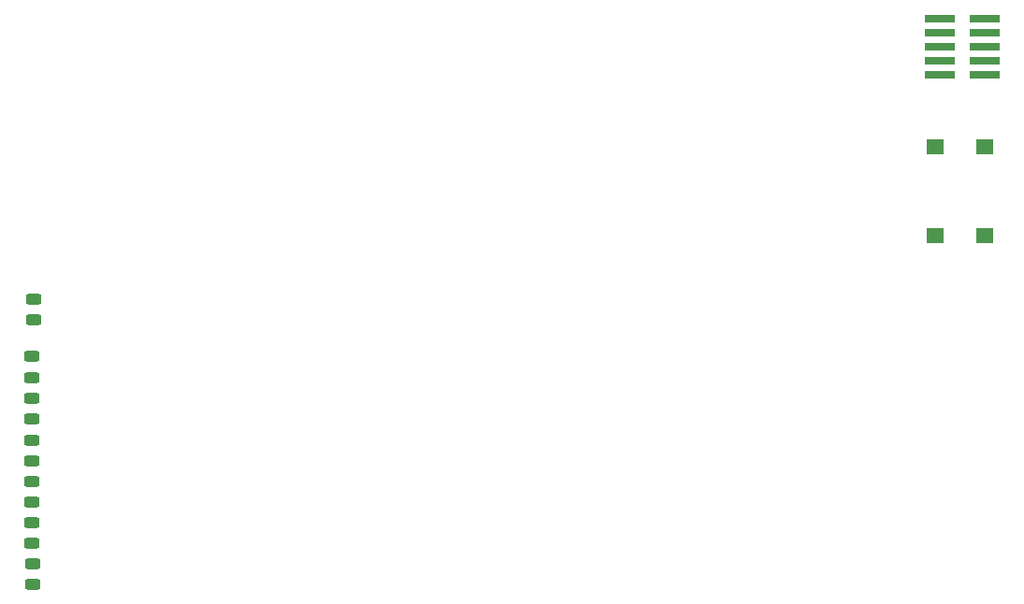
<source format=gbr>
G04 #@! TF.GenerationSoftware,KiCad,Pcbnew,(5.99.0-6545-gfc5120553)*
G04 #@! TF.CreationDate,2020-10-25T16:43:41-04:00*
G04 #@! TF.ProjectId,imperializer,696d7065-7269-4616-9c69-7a65722e6b69,1.22*
G04 #@! TF.SameCoordinates,Original*
G04 #@! TF.FileFunction,Paste,Top*
G04 #@! TF.FilePolarity,Positive*
%FSLAX46Y46*%
G04 Gerber Fmt 4.6, Leading zero omitted, Abs format (unit mm)*
G04 Created by KiCad (PCBNEW (5.99.0-6545-gfc5120553)) date 2020-10-25 16:43:41*
%MOMM*%
%LPD*%
G01*
G04 APERTURE LIST*
G04 Aperture macros list*
%AMRoundRect*
0 Rectangle with rounded corners*
0 $1 Rounding radius*
0 $2 $3 $4 $5 $6 $7 $8 $9 X,Y pos of 4 corners*
0 Add a 4 corners polygon primitive as box body*
4,1,4,$2,$3,$4,$5,$6,$7,$8,$9,$2,$3,0*
0 Add four circle primitives for the rounded corners*
1,1,$1+$1,$2,$3,0*
1,1,$1+$1,$4,$5,0*
1,1,$1+$1,$6,$7,0*
1,1,$1+$1,$8,$9,0*
0 Add four rect primitives between the rounded corners*
20,1,$1+$1,$2,$3,$4,$5,0*
20,1,$1+$1,$4,$5,$6,$7,0*
20,1,$1+$1,$6,$7,$8,$9,0*
20,1,$1+$1,$8,$9,$2,$3,0*%
G04 Aperture macros list end*
%ADD10RoundRect,0.243750X0.456250X-0.243750X0.456250X0.243750X-0.456250X0.243750X-0.456250X-0.243750X0*%
%ADD11R,2.795000X0.740000*%
%ADD12R,1.600000X1.400000*%
G04 APERTURE END LIST*
D10*
X90800000Y-61862500D03*
X90800000Y-63737500D03*
X90800000Y-65662500D03*
X90800000Y-67537500D03*
D11*
X177032500Y-36322000D03*
X172967500Y-36322000D03*
X177032500Y-35052000D03*
X172967500Y-35052000D03*
X177032500Y-33782000D03*
X172967500Y-33782000D03*
X177032500Y-32512000D03*
X172967500Y-32512000D03*
X177032500Y-31242000D03*
X172967500Y-31242000D03*
D10*
X90900000Y-58537500D03*
X90900000Y-56662500D03*
X90805000Y-75020833D03*
X90805000Y-73145833D03*
X90805000Y-78746166D03*
X90805000Y-76871166D03*
X90805000Y-71295500D03*
X90805000Y-69420500D03*
X90883500Y-82471500D03*
X90883500Y-80596500D03*
D12*
X172550000Y-50863000D03*
X172550000Y-42863000D03*
X177050000Y-50863000D03*
X177050000Y-42863000D03*
M02*

</source>
